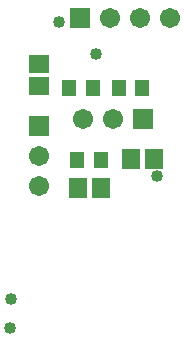
<source format=gbr>
G04 DipTrace 2.2.0.9*
%INBottomMask.gbr*%
%MOMM*%
%ADD27C,1.016*%
%ADD37C,1.704*%
%ADD49R,1.204X1.404*%
%ADD51R,1.504X1.704*%
%ADD53R,1.704X1.504*%
%ADD55R,1.704X1.704*%
%FSLAX53Y53*%
%SFA1B1*%
%OFA0B0*%
G04*
G71*
G90*
G75*
G01*
%LNBotMask*%
%LPD*%
D27*
X27671Y33412D3*
X15368Y23004D3*
X15288Y20577D3*
X19410Y46448D3*
X22524Y43723D3*
D55*
X26498Y38248D3*
D53*
X17728Y41048D3*
Y42948D3*
D51*
X21048Y32408D3*
X22948D3*
X25528Y34848D3*
X27428D3*
D49*
X20248Y40888D3*
X22248D3*
X26448D3*
X24448D3*
X20928Y34808D3*
X22928D3*
D55*
X17688Y37698D3*
X21201Y46834D3*
D37*
X23958Y38248D3*
X21418D3*
X17688Y35158D3*
Y32618D3*
X23741Y46834D3*
X26281D3*
X28821D3*
M02*

</source>
